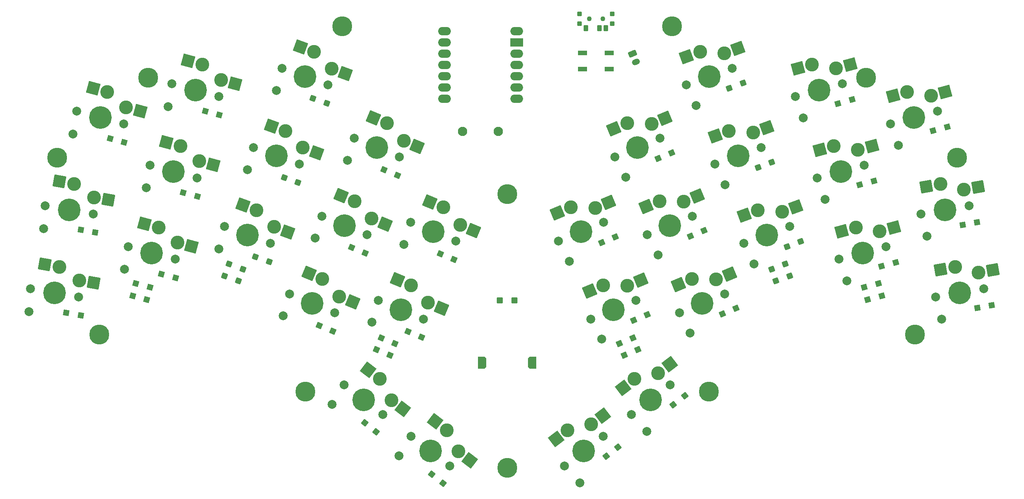
<source format=gbr>
%TF.GenerationSoftware,KiCad,Pcbnew,8.0.7*%
%TF.CreationDate,2025-03-10T17:40:08-07:00*%
%TF.ProjectId,chuck,63687563-6b2e-46b6-9963-61645f706362,v1.3*%
%TF.SameCoordinates,Original*%
%TF.FileFunction,Soldermask,Bot*%
%TF.FilePolarity,Negative*%
%FSLAX46Y46*%
G04 Gerber Fmt 4.6, Leading zero omitted, Abs format (unit mm)*
G04 Created by KiCad (PCBNEW 8.0.7) date 2025-03-10 17:40:08*
%MOMM*%
%LPD*%
G01*
G04 APERTURE LIST*
G04 Aperture macros list*
%AMRoundRect*
0 Rectangle with rounded corners*
0 $1 Rounding radius*
0 $2 $3 $4 $5 $6 $7 $8 $9 X,Y pos of 4 corners*
0 Add a 4 corners polygon primitive as box body*
4,1,4,$2,$3,$4,$5,$6,$7,$8,$9,$2,$3,0*
0 Add four circle primitives for the rounded corners*
1,1,$1+$1,$2,$3*
1,1,$1+$1,$4,$5*
1,1,$1+$1,$6,$7*
1,1,$1+$1,$8,$9*
0 Add four rect primitives between the rounded corners*
20,1,$1+$1,$2,$3,$4,$5,0*
20,1,$1+$1,$4,$5,$6,$7,0*
20,1,$1+$1,$6,$7,$8,$9,0*
20,1,$1+$1,$8,$9,$2,$3,0*%
%AMHorizOval*
0 Thick line with rounded ends*
0 $1 width*
0 $2 $3 position (X,Y) of the first rounded end (center of the circle)*
0 $4 $5 position (X,Y) of the second rounded end (center of the circle)*
0 Add line between two ends*
20,1,$1,$2,$3,$4,$5,0*
0 Add two circle primitives to create the rounded ends*
1,1,$1,$2,$3*
1,1,$1,$4,$5*%
%AMFreePoly0*
4,1,15,0.975355,0.935355,1.335355,0.575355,1.350000,0.540000,1.350000,-0.900000,1.335355,-0.935355,1.300000,-0.950000,-1.300000,-0.950000,-1.335355,-0.935355,-1.350000,-0.900000,-1.350000,0.540000,-1.335355,0.575355,-0.975355,0.935355,-0.940000,0.950000,0.940000,0.950000,0.975355,0.935355,0.975355,0.935355,$1*%
%AMFreePoly1*
4,1,15,1.335355,0.935355,1.350000,0.900000,1.350000,-0.540000,1.335355,-0.575355,0.975355,-0.935355,0.940000,-0.950000,-0.940000,-0.950000,-0.975355,-0.935355,-1.335355,-0.575355,-1.350000,-0.540000,-1.350000,0.900000,-1.335355,0.935355,-1.300000,0.950000,1.300000,0.950000,1.335355,0.935355,1.335355,0.935355,$1*%
G04 Aperture macros list end*
%ADD10RoundRect,0.050000X-0.450000X-0.450000X0.450000X-0.450000X0.450000X0.450000X-0.450000X0.450000X0*%
%ADD11C,1.100000*%
%ADD12RoundRect,0.050000X-0.450000X-0.625000X0.450000X-0.625000X0.450000X0.625000X-0.450000X0.625000X0*%
%ADD13RoundRect,0.260000X-0.763626X0.105829X-0.465133X-0.614798X0.763626X-0.105829X0.465133X0.614798X0*%
%ADD14HorizOval,1.300000X-0.254067X-0.105238X0.254067X0.105238X0*%
%ADD15C,0.800000*%
%ADD16C,4.500000*%
%ADD17C,0.700000*%
%ADD18C,2.100000*%
%ADD19FreePoly0,270.000000*%
%ADD20FreePoly1,270.000000*%
%ADD21O,2.850000X1.900000*%
%ADD22RoundRect,0.050000X1.375000X0.900000X-1.375000X0.900000X-1.375000X-0.900000X1.375000X-0.900000X0*%
%ADD23C,2.000000*%
%ADD24C,3.100000*%
%ADD25C,5.100000*%
%ADD26RoundRect,0.050000X-1.666227X-0.776974X0.776974X-1.666227X1.666227X0.776974X-0.776974X1.666227X0*%
%ADD27RoundRect,0.050000X-0.424264X-0.734847X0.734847X-0.424264X0.424264X0.734847X-0.734847X0.424264X0*%
%ADD28RoundRect,0.050000X-1.822749X-0.239969X0.239969X-1.822749X1.822749X0.239969X-0.239969X1.822749X0*%
%ADD29RoundRect,0.050000X-0.783938X-0.324718X0.324718X-0.783938X0.783938X0.324718X-0.324718X0.783938X0*%
%ADD30RoundRect,0.050000X-0.486696X-0.695074X0.695074X-0.486696X0.486696X0.695074X-0.695074X0.486696X0*%
%ADD31RoundRect,0.050000X-0.769028X-0.358603X0.358603X-0.769028X0.769028X0.358603X-0.358603X0.769028X0*%
%ADD32RoundRect,0.050000X-0.776974X-1.666227X1.666227X-0.776974X0.776974X1.666227X-1.666227X0.776974X0*%
%ADD33RoundRect,0.050000X-0.703555X-1.698532X1.698532X-0.703555X0.703555X1.698532X-1.698532X0.703555X0*%
%ADD34RoundRect,0.050000X-0.734847X-0.424264X0.424264X-0.734847X0.734847X0.424264X-0.424264X0.734847X0*%
%ADD35RoundRect,0.050000X-0.919239X-1.592168X1.592168X-0.919239X0.919239X1.592168X-1.592168X0.919239X0*%
%ADD36RoundRect,0.050000X-1.698532X-0.703555X0.703555X-1.698532X1.698532X0.703555X-0.703555X1.698532X0*%
%ADD37RoundRect,0.050000X-0.358603X-0.769028X0.769028X-0.358603X0.358603X0.769028X-0.769028X0.358603X0*%
%ADD38RoundRect,0.050000X-0.110755X-0.841269X0.841269X-0.110755X0.110755X0.841269X-0.841269X0.110755X0*%
%ADD39RoundRect,0.050000X-0.324718X-0.783938X0.783938X-0.324718X0.324718X0.783938X-0.783938X0.324718X0*%
%ADD40RoundRect,0.050000X-1.592168X-0.919239X0.919239X-1.592168X1.592168X0.919239X-0.919239X1.592168X0*%
%ADD41RoundRect,0.050000X-1.505993X-1.054507X1.054507X-1.505993X1.505993X1.054507X-1.054507X1.505993X0*%
%ADD42RoundRect,0.050000X-1.054507X-1.505993X1.505993X-1.054507X1.054507X1.505993X-1.505993X1.054507X0*%
%ADD43RoundRect,0.050000X-0.239969X-1.822749X1.822749X-0.239969X0.239969X1.822749X-1.822749X0.239969X0*%
%ADD44RoundRect,0.050000X-0.695074X-0.486696X0.486696X-0.695074X0.695074X0.486696X-0.486696X0.695074X0*%
%ADD45RoundRect,0.050000X-0.841269X-0.110755X0.110755X-0.841269X0.841269X0.110755X-0.110755X0.841269X0*%
%ADD46RoundRect,0.050000X-0.600000X-0.600000X0.600000X-0.600000X0.600000X0.600000X-0.600000X0.600000X0*%
%ADD47RoundRect,0.050000X-1.000000X-0.500000X1.000000X-0.500000X1.000000X0.500000X-1.000000X0.500000X0*%
G04 APERTURE END LIST*
D10*
%TO.C,T1*%
X169014568Y-36488473D03*
X169014568Y-38688478D03*
D11*
X171214572Y-37588477D03*
X174214564Y-37588475D03*
D10*
X176414568Y-36488474D03*
X176414568Y-38688479D03*
D12*
X170464570Y-39663476D03*
X173464566Y-39663475D03*
X174964566Y-39663476D03*
%TD*%
D13*
%TO.C,JST1*%
X180974926Y-45410627D03*
D14*
X181740290Y-47258387D03*
%TD*%
D15*
%TO.C,*%
X252410924Y-69187755D03*
X252684256Y-67954835D03*
X253089456Y-70252837D03*
X254322376Y-70526169D03*
D16*
X254035857Y-68901236D03*
D15*
X253749338Y-67276303D03*
X254982258Y-67549635D03*
X255387458Y-69847637D03*
X255660790Y-68614717D03*
%TD*%
%TO.C,*%
X231934649Y-51233692D03*
X232099485Y-49981642D03*
X232703427Y-52235584D03*
X233955477Y-52400420D03*
D16*
X233528427Y-50806642D03*
D15*
X233101377Y-49212864D03*
X234353427Y-49377700D03*
X234957369Y-51631642D03*
X235122205Y-50379592D03*
%TD*%
%TO.C,*%
X114058555Y-38706376D03*
X114911728Y-37775301D03*
X114113640Y-39968029D03*
X116173381Y-37720216D03*
D16*
X115609048Y-39270709D03*
D15*
X115044715Y-40821202D03*
X117104456Y-38573389D03*
X116306368Y-40766117D03*
X117159541Y-39835042D03*
%TD*%
D17*
%TO.C,PAD2*%
X150714571Y-62938469D03*
D18*
X150714571Y-62938469D03*
%TD*%
D15*
%TO.C,*%
X59242297Y-108465270D03*
X59920829Y-107400188D03*
X59515629Y-109698190D03*
X61153749Y-107126856D03*
D16*
X60867230Y-108751789D03*
D15*
X60580711Y-110376722D03*
X62218831Y-107805388D03*
X61813631Y-110103390D03*
X62492163Y-109038308D03*
%TD*%
%TO.C,*%
X70306930Y-50379582D03*
X71075708Y-49377690D03*
X70471766Y-51631632D03*
X72327758Y-49212854D03*
D16*
X71900708Y-50806632D03*
D15*
X71473658Y-52400410D03*
X73329650Y-49981632D03*
X72725708Y-52235574D03*
X73494486Y-51233682D03*
%TD*%
%TO.C,*%
X49768350Y-68614713D03*
X50446882Y-67549631D03*
X50041682Y-69847633D03*
X51679802Y-67276299D03*
D16*
X51393283Y-68901232D03*
D15*
X51106764Y-70526165D03*
X52744884Y-67954831D03*
X52339684Y-70252833D03*
X53018216Y-69187751D03*
%TD*%
D17*
%TO.C,PAD1*%
X142714576Y-62938481D03*
D18*
X142714576Y-62938481D03*
%TD*%
D15*
%TO.C,*%
X242936972Y-109038308D03*
X243210304Y-107805388D03*
X243615504Y-110103390D03*
X244848424Y-110376722D03*
D16*
X244561905Y-108751789D03*
D15*
X244275386Y-107126856D03*
X245508306Y-107400188D03*
X245913506Y-109698190D03*
X246186838Y-108465270D03*
%TD*%
D19*
%TO.C,ENC1*%
X147114564Y-115083820D03*
D20*
X158314564Y-115083820D03*
%TD*%
D15*
%TO.C,*%
X106010003Y-120618938D03*
X107103668Y-119987510D03*
X105683152Y-121838762D03*
X108323492Y-120314361D03*
D16*
X107319036Y-121623394D03*
D15*
X106314580Y-122932427D03*
X108954920Y-121408026D03*
X107534404Y-123259278D03*
X108628069Y-122627850D03*
%TD*%
%TO.C,*%
X188269592Y-39835040D03*
X188324677Y-38573387D03*
X189122765Y-40766115D03*
X189255752Y-37720214D03*
D16*
X189820085Y-39270707D03*
D15*
X190384418Y-40821200D03*
X190517405Y-37775299D03*
X191315493Y-39968027D03*
X191370578Y-38706374D03*
%TD*%
D21*
%TO.C,MCU1*%
X138594574Y-40318475D03*
X138594574Y-42858475D03*
X138594574Y-45398475D03*
X138594578Y-47938476D03*
X138594574Y-50478475D03*
X138594574Y-53018475D03*
X138594574Y-55558475D03*
X154834574Y-55558475D03*
X154834574Y-53018475D03*
X154834574Y-50478475D03*
X154834570Y-47938474D03*
X154834574Y-45398475D03*
D22*
X154834574Y-42858475D03*
D21*
X154834574Y-40318475D03*
%TD*%
D15*
%TO.C,*%
X151064565Y-77083827D03*
X151547839Y-75917101D03*
X151547839Y-78250553D03*
X152714565Y-75433827D03*
D16*
X152714565Y-77083827D03*
D15*
X152714565Y-78733827D03*
X153881291Y-75917101D03*
X153881291Y-78250553D03*
X154364565Y-77083827D03*
%TD*%
%TO.C,*%
X196801064Y-122627854D03*
X196474213Y-121408030D03*
X197894729Y-123259282D03*
X197105641Y-120314365D03*
D16*
X198110097Y-121623398D03*
D15*
X199114553Y-122932431D03*
X198325465Y-119987514D03*
X199745981Y-121838766D03*
X199419130Y-120618942D03*
%TD*%
%TO.C,*%
X151064574Y-138833820D03*
X151547848Y-137667094D03*
X151547848Y-140000546D03*
X152714574Y-137183820D03*
D16*
X152714574Y-138833820D03*
D15*
X152714574Y-140483820D03*
X153881300Y-137667094D03*
X153881300Y-140000546D03*
X154364574Y-138833820D03*
%TD*%
D23*
%TO.C,S7*%
X89067932Y-84415689D03*
X87776374Y-89426114D03*
D24*
X96271261Y-80705629D03*
D25*
X94236241Y-86296800D03*
D24*
X100217280Y-84483050D03*
D23*
X99404550Y-88177911D03*
D26*
X93193768Y-79585513D03*
X103294773Y-85603169D03*
%TD*%
D27*
%TO.C,I4*%
X233849249Y-100879803D03*
X237036805Y-100025703D03*
%TD*%
D23*
%TO.C,S29*%
X116036098Y-120119167D03*
X113297653Y-124509318D03*
D25*
X120399541Y-123467355D03*
D24*
X124021672Y-118746903D03*
X126649163Y-123536084D03*
D23*
X124762984Y-126815543D03*
D28*
X121423439Y-116753209D03*
X129247394Y-125529784D03*
%TD*%
D29*
%TO.C,SW10*%
X110405470Y-106699771D03*
X113454272Y-107962627D03*
%TD*%
D30*
%TO.C,SW15*%
X258578524Y-102726291D03*
X261828390Y-102153253D03*
%TD*%
D31*
%TO.C,D2*%
X90086393Y-92874121D03*
X93187379Y-94002787D03*
%TD*%
%TO.C,I2*%
X89111644Y-95552247D03*
X92212630Y-96680913D03*
%TD*%
D23*
%TO.C,S23*%
X193027818Y-52469592D03*
X195259068Y-57137999D03*
D24*
X196161107Y-44997310D03*
D25*
X198196127Y-50588481D03*
D24*
X201612015Y-45354533D03*
D23*
X203364436Y-48707370D03*
D32*
X193083614Y-46117426D03*
X204689508Y-44234417D03*
%TD*%
D31*
%TO.C,SW9*%
X109012899Y-55493016D03*
X112113885Y-56621682D03*
%TD*%
D27*
%TO.C,SW17*%
X248583086Y-62821417D03*
X251770642Y-61967317D03*
%TD*%
D23*
%TO.C,S27*%
X171529214Y-105246764D03*
X173961973Y-109813402D03*
D24*
X174333585Y-97644922D03*
D25*
X176610551Y-103142005D03*
D24*
X179794886Y-97764040D03*
D23*
X181691888Y-101037246D03*
D33*
X171307879Y-98898210D03*
X182820591Y-96510751D03*
%TD*%
D34*
%TO.C,SW6*%
X84726466Y-58384395D03*
X87914022Y-59238495D03*
%TD*%
D23*
%TO.C,S17*%
X238999366Y-61248263D03*
X240815249Y-66093371D03*
D24*
X242771985Y-54077499D03*
D25*
X244311958Y-59824758D03*
D24*
X248171016Y-54908439D03*
D23*
X249624550Y-58401253D03*
D35*
X239608578Y-54925132D03*
X251334423Y-54060809D03*
%TD*%
D23*
%TO.C,S13*%
X123737247Y-101037248D03*
X122228367Y-105986567D03*
D24*
X131095550Y-97644924D03*
D25*
X128818584Y-103142007D03*
D24*
X134873045Y-101590873D03*
D23*
X133899921Y-105246766D03*
D36*
X128069845Y-96391636D03*
X137898750Y-102844164D03*
%TD*%
D23*
%TO.C,S14*%
X131008234Y-83483538D03*
X129499354Y-88432857D03*
D24*
X138366537Y-80091214D03*
D25*
X136089571Y-85588297D03*
D24*
X142144032Y-84037163D03*
D23*
X141170908Y-87693056D03*
D36*
X135340832Y-78837926D03*
X145169737Y-85290454D03*
%TD*%
D23*
%TO.C,S20*%
X217590652Y-55077158D03*
X219406535Y-59922266D03*
D24*
X221363271Y-47906394D03*
D25*
X222903244Y-53653653D03*
D24*
X226762302Y-48737334D03*
D23*
X228215836Y-52230148D03*
D35*
X218199864Y-48754027D03*
X229925709Y-47889704D03*
%TD*%
D37*
%TO.C,SW21*%
X215708941Y-88909802D03*
X218809927Y-87781136D03*
%TD*%
D29*
%TO.C,I3*%
X123295141Y-112165124D03*
X126343943Y-113427980D03*
%TD*%
D38*
%TO.C,SW31*%
X190122362Y-124601420D03*
X192740428Y-122592508D03*
%TD*%
D29*
%TO.C,SW11*%
X117676457Y-89146056D03*
X120725259Y-90408912D03*
%TD*%
D39*
%TO.C,I6*%
X179085200Y-113427975D03*
X182134002Y-112165119D03*
%TD*%
D37*
%TO.C,I5*%
X213216514Y-96680916D03*
X216317500Y-95552250D03*
%TD*%
D23*
%TO.C,S25*%
X184235609Y-86273308D03*
X186668368Y-90839946D03*
D24*
X187039980Y-78671466D03*
D25*
X189316946Y-84168549D03*
D24*
X192501281Y-78790584D03*
D23*
X194398283Y-82063790D03*
D33*
X184014274Y-79924754D03*
X195526986Y-77537295D03*
%TD*%
D23*
%TO.C,S3*%
X55804573Y-58401261D03*
X54954618Y-63505189D03*
D24*
X62657138Y-54077507D03*
D25*
X61117165Y-59824766D03*
D24*
X66917366Y-57496636D03*
D23*
X66429757Y-61248271D03*
D40*
X59493731Y-53229875D03*
X70080773Y-58344272D03*
%TD*%
D39*
%TO.C,SW28*%
X173965298Y-88001825D03*
X177014100Y-86738969D03*
%TD*%
D23*
%TO.C,S8*%
X95566314Y-66561526D03*
X94274756Y-71571951D03*
D24*
X102769643Y-62851466D03*
D25*
X100734623Y-68442637D03*
D24*
X106715662Y-66628887D03*
D23*
X105902932Y-70323748D03*
D26*
X99692150Y-61731350D03*
X109793155Y-67749006D03*
%TD*%
D39*
%TO.C,SW27*%
X181236276Y-105555540D03*
X184285078Y-104292684D03*
%TD*%
D23*
%TO.C,S2*%
X48727177Y-79702359D03*
X48325293Y-84860943D03*
D24*
X55176827Y-74797818D03*
D25*
X54143620Y-80657424D03*
D24*
X59718839Y-77832634D03*
D23*
X59560063Y-81612489D03*
D41*
X51951581Y-74229120D03*
X62944085Y-78401334D03*
%TD*%
D23*
%TO.C,S10*%
X103759875Y-99617499D03*
X102250995Y-104566818D03*
D24*
X111118178Y-96225175D03*
D25*
X108841212Y-101722258D03*
D24*
X114895673Y-100171124D03*
D23*
X113922549Y-103827017D03*
D36*
X108092473Y-94971887D03*
X117921378Y-101424415D03*
%TD*%
D23*
%TO.C,S16*%
X245869074Y-81612488D03*
X247255766Y-86597424D03*
D24*
X250252310Y-74797817D03*
D25*
X251285517Y-80657423D03*
D24*
X255558375Y-76096151D03*
D23*
X256701960Y-79702358D03*
D42*
X247027065Y-75366515D03*
X258783620Y-75527455D03*
%TD*%
D34*
%TO.C,SW3*%
X63317755Y-64555510D03*
X66505311Y-65409610D03*
%TD*%
D37*
%TO.C,SW23*%
X202712180Y-53201486D03*
X205813166Y-52072820D03*
%TD*%
%TO.C,SW22*%
X209210563Y-71055645D03*
X212311549Y-69926979D03*
%TD*%
D23*
%TO.C,S32*%
X165592428Y-138382015D03*
X169124226Y-142163404D03*
D24*
X166333740Y-130313375D03*
D25*
X169955871Y-135033827D03*
D24*
X171639780Y-129014944D03*
D23*
X174319314Y-131685639D03*
D43*
X163735508Y-132307068D03*
X174238015Y-127021251D03*
%TD*%
D27*
%TO.C,SW18*%
X237009498Y-93355484D03*
X240197054Y-92501384D03*
%TD*%
D34*
%TO.C,I1*%
X68392329Y-100025702D03*
X71579885Y-100879802D03*
%TD*%
D23*
%TO.C,S9*%
X102064699Y-48707358D03*
X100773141Y-53717783D03*
D24*
X109268028Y-44997298D03*
D25*
X107233008Y-50588469D03*
D24*
X113214047Y-48774719D03*
D23*
X112401317Y-52469580D03*
D26*
X106190535Y-43877182D03*
X116291540Y-49894838D03*
%TD*%
D23*
%TO.C,S22*%
X199526203Y-70323744D03*
X201757453Y-74992151D03*
D24*
X202659492Y-62851462D03*
D25*
X204694512Y-68442633D03*
D24*
X208110400Y-63208685D03*
D23*
X209862821Y-66561522D03*
D32*
X199581999Y-63971578D03*
X211187893Y-62088569D03*
%TD*%
D34*
%TO.C,SW4*%
X74891350Y-95089579D03*
X78078906Y-95943679D03*
%TD*%
D44*
%TO.C,SW2*%
X56748137Y-85178390D03*
X59998003Y-85751428D03*
%TD*%
D39*
%TO.C,SW25*%
X193942669Y-86582071D03*
X196991471Y-85319215D03*
%TD*%
D29*
%TO.C,SW14*%
X137653831Y-90565806D03*
X140702633Y-91828662D03*
%TD*%
D23*
%TO.C,S30*%
X131109821Y-131685635D03*
X128371376Y-136075786D03*
D25*
X135473264Y-135033823D03*
D24*
X139095395Y-130313371D03*
X141722886Y-135102552D03*
D23*
X139836707Y-138382011D03*
D28*
X136497162Y-128319677D03*
X144321117Y-137096252D03*
%TD*%
D23*
%TO.C,S21*%
X206024584Y-88177903D03*
X208255834Y-92846310D03*
D24*
X209157873Y-80705621D03*
D25*
X211192893Y-86296792D03*
D24*
X214608781Y-81062844D03*
D23*
X216361202Y-84415681D03*
D32*
X206080380Y-81825737D03*
X217686274Y-79942728D03*
%TD*%
D39*
%TO.C,D6*%
X177994550Y-110794922D03*
X181043352Y-109532066D03*
%TD*%
D27*
%TO.C,SW19*%
X232091935Y-75002895D03*
X235279491Y-74148795D03*
%TD*%
D34*
%TO.C,SW5*%
X79808900Y-76736985D03*
X82996456Y-77591085D03*
%TD*%
D45*
%TO.C,SW30*%
X135695955Y-140246595D03*
X138314021Y-142255507D03*
%TD*%
D23*
%TO.C,S24*%
X191506578Y-103827017D03*
X193939337Y-108393655D03*
D24*
X194310949Y-96225175D03*
D25*
X196587915Y-101722258D03*
D24*
X199772250Y-96344293D03*
D23*
X201669252Y-99617499D03*
D33*
X191285243Y-97478463D03*
X202797955Y-95091004D03*
%TD*%
D46*
%TO.C,SW33*%
X151064570Y-101083830D03*
X154364570Y-101083830D03*
%TD*%
D30*
%TO.C,SW16*%
X255279210Y-84014942D03*
X258529076Y-83441904D03*
%TD*%
D29*
%TO.C,D3*%
X124385792Y-109532068D03*
X127434594Y-110794924D03*
%TD*%
D39*
%TO.C,SW26*%
X186671689Y-69028368D03*
X189720491Y-67765512D03*
%TD*%
D23*
%TO.C,S19*%
X222508222Y-73429743D03*
X224324105Y-78274851D03*
D24*
X226280841Y-66258979D03*
D25*
X227820814Y-72006238D03*
D24*
X231679872Y-67089919D03*
D23*
X233133406Y-70582733D03*
D35*
X223117434Y-67106612D03*
X234843279Y-66242289D03*
%TD*%
D29*
%TO.C,SW13*%
X130382857Y-108119515D03*
X133431659Y-109382371D03*
%TD*%
D23*
%TO.C,S11*%
X111030857Y-82063782D03*
X109521977Y-87013101D03*
D24*
X118389160Y-78671458D03*
D25*
X116112194Y-84168541D03*
D24*
X122166655Y-82617407D03*
D23*
X121193531Y-86273300D03*
D36*
X115363455Y-77418170D03*
X125192360Y-83870698D03*
%TD*%
D23*
%TO.C,S5*%
X72295734Y-70582730D03*
X71445779Y-75686658D03*
D24*
X79148299Y-66258976D03*
D25*
X77608326Y-72006235D03*
D24*
X83408527Y-69678105D03*
D23*
X82920918Y-73429740D03*
D40*
X75984892Y-65411344D03*
X86571934Y-70525741D03*
%TD*%
D27*
%TO.C,SW20*%
X227174372Y-56650303D03*
X230361928Y-55796203D03*
%TD*%
D23*
%TO.C,S1*%
X45427861Y-98413709D03*
X45025977Y-103572293D03*
D24*
X51877511Y-93509168D03*
D25*
X50844304Y-99368774D03*
D24*
X56419523Y-96543984D03*
D23*
X56260747Y-100323839D03*
D41*
X48652265Y-92940470D03*
X59644769Y-97112684D03*
%TD*%
D47*
%TO.C,SW34*%
X169714564Y-48938485D03*
X175714564Y-48938485D03*
X169714564Y-45238485D03*
X175714564Y-45238485D03*
%TD*%
D29*
%TO.C,SW12*%
X124947451Y-71592343D03*
X127996253Y-72855199D03*
%TD*%
D23*
%TO.C,S18*%
X227425773Y-91782333D03*
X229241656Y-96627441D03*
D24*
X231198392Y-84611569D03*
D25*
X232738365Y-90358828D03*
D24*
X236597423Y-85442509D03*
D23*
X238050957Y-88935323D03*
D35*
X228034985Y-85459202D03*
X239760830Y-84594879D03*
%TD*%
D39*
%TO.C,SW24*%
X201213650Y-104135791D03*
X204262452Y-102872935D03*
%TD*%
D34*
%TO.C,D1*%
X69129965Y-97272816D03*
X72317521Y-98126916D03*
%TD*%
D23*
%TO.C,S12*%
X118301844Y-64510075D03*
X116792964Y-69459394D03*
D24*
X125660147Y-61117751D03*
D25*
X123383181Y-66614834D03*
D24*
X129437642Y-65063700D03*
D23*
X128464518Y-68719593D03*
D36*
X122634442Y-59864463D03*
X132463347Y-66316991D03*
%TD*%
D23*
%TO.C,S6*%
X77213298Y-52230140D03*
X76363343Y-57334068D03*
D24*
X84065863Y-47906386D03*
D25*
X82525890Y-53653645D03*
D24*
X88326091Y-51325515D03*
D23*
X87838482Y-55077150D03*
D40*
X80902456Y-47058754D03*
X91489498Y-52173151D03*
%TD*%
D23*
%TO.C,S26*%
X176964622Y-68719593D03*
X179397381Y-73286231D03*
D24*
X179768993Y-61117751D03*
D25*
X182045959Y-66614834D03*
D24*
X185230294Y-61236869D03*
D23*
X187127296Y-64510075D03*
D33*
X176743287Y-62371039D03*
X188255999Y-59983580D03*
%TD*%
D45*
%TO.C,SW29*%
X120622228Y-128680116D03*
X123240294Y-130689028D03*
%TD*%
D27*
%TO.C,D4*%
X233111615Y-98126906D03*
X236299171Y-97272806D03*
%TD*%
D23*
%TO.C,S28*%
X164258237Y-87693052D03*
X166690996Y-92259690D03*
D24*
X167062608Y-80091210D03*
D25*
X169339574Y-85588293D03*
D24*
X172523909Y-80210328D03*
D23*
X174420911Y-83483534D03*
D33*
X164036902Y-81344498D03*
X175549614Y-78957039D03*
%TD*%
D38*
%TO.C,SW32*%
X175048654Y-136167887D03*
X177666720Y-134158975D03*
%TD*%
D23*
%TO.C,S31*%
X180666148Y-126815550D03*
X184197946Y-130596939D03*
D24*
X181407460Y-118746910D03*
D25*
X185029591Y-123467362D03*
D24*
X186713500Y-117448479D03*
D23*
X189393034Y-120119174D03*
D43*
X178809228Y-120740603D03*
X189311735Y-115454786D03*
%TD*%
D23*
%TO.C,S15*%
X249168389Y-100323843D03*
X250555081Y-105308779D03*
D24*
X253551625Y-93509172D03*
D25*
X254584832Y-99368778D03*
D24*
X258857690Y-94807506D03*
D23*
X260001275Y-98413713D03*
D42*
X250326380Y-94077870D03*
X262082935Y-94238810D03*
%TD*%
D31*
%TO.C,SW7*%
X96016124Y-91201338D03*
X99117110Y-92330004D03*
%TD*%
D23*
%TO.C,S4*%
X67378171Y-88935326D03*
X66528216Y-94039254D03*
D24*
X74230736Y-84611572D03*
D25*
X72690763Y-90358831D03*
D24*
X78490964Y-88030701D03*
D23*
X78003355Y-91782336D03*
D40*
X71067329Y-83763940D03*
X81654371Y-88878337D03*
%TD*%
D44*
%TO.C,SW1*%
X53448821Y-103889732D03*
X56698687Y-104462770D03*
%TD*%
D31*
%TO.C,SW8*%
X102514515Y-73347178D03*
X105615501Y-74475844D03*
%TD*%
D37*
%TO.C,D5*%
X212241749Y-94002789D03*
X215342735Y-92874123D03*
%TD*%
M02*

</source>
